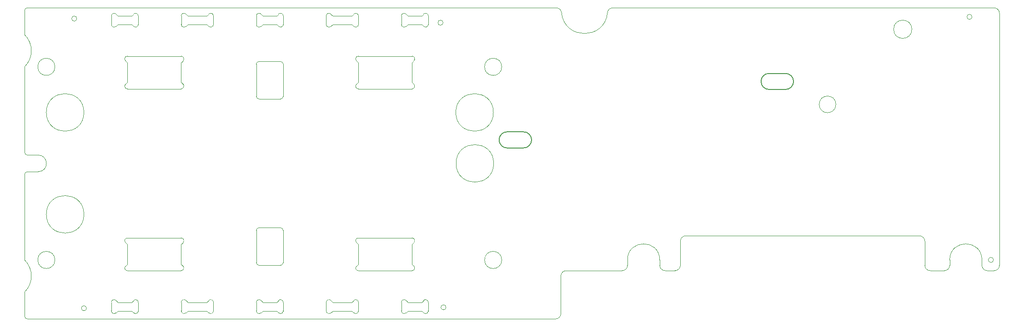
<source format=gm1>
G04 #@! TF.GenerationSoftware,KiCad,Pcbnew,(7.0.0-122-g9f10c142c4)*
G04 #@! TF.CreationDate,2023-03-12T11:56:23+09:00*
G04 #@! TF.ProjectId,qLAMP-main,714c414d-502d-46d6-9169-6e2e6b696361,rev?*
G04 #@! TF.SameCoordinates,Original*
G04 #@! TF.FileFunction,Profile,NP*
%FSLAX46Y46*%
G04 Gerber Fmt 4.6, Leading zero omitted, Abs format (unit mm)*
G04 Created by KiCad (PCBNEW (7.0.0-122-g9f10c142c4)) date 2023-03-12 11:56:23*
%MOMM*%
%LPD*%
G01*
G04 APERTURE LIST*
G04 #@! TA.AperFunction,Profile*
%ADD10C,0.100000*%
G04 #@! TD*
G04 #@! TA.AperFunction,Profile*
%ADD11C,0.200000*%
G04 #@! TD*
G04 APERTURE END LIST*
D10*
X111357157Y-87898251D02*
X111003604Y-87544698D01*
X96150050Y-36101749D02*
X96150050Y-34501749D01*
X247500000Y-33000000D02*
X176521404Y-33000000D01*
X110150101Y-36101750D02*
G75*
G03*
X111003604Y-36455302I499999J50D01*
G01*
X110150050Y-36101749D02*
X110150050Y-34501749D01*
X87296497Y-87544698D02*
X86942944Y-87898251D01*
X88150050Y-36101749D02*
X88150050Y-34501749D01*
X96150000Y-89498251D02*
G75*
G03*
X97003603Y-89851804I500000J-49D01*
G01*
X138357157Y-34501749D02*
X140942944Y-34501749D01*
X78035996Y-52499993D02*
G75*
G03*
X78035996Y-52499993I-3500001J0D01*
G01*
X124357157Y-34501749D02*
X127942944Y-34501749D01*
X72636000Y-44000000D02*
G75*
G03*
X72636000Y-44000000I-1600000J0D01*
G01*
X179245124Y-81000000D02*
X179245124Y-79999126D01*
X115150050Y-89498251D02*
X115150050Y-87898251D01*
D11*
X208640000Y-45220000D02*
X205640000Y-45220000D01*
D10*
X111003640Y-87544662D02*
G75*
G03*
X110150050Y-87898250I-353540J-353638D01*
G01*
X67000004Y-85983876D02*
G75*
G03*
X67000000Y-80014379I-2954854J2984746D01*
G01*
X88150098Y-87898251D02*
G75*
G03*
X87296498Y-87544699I-499998J51D01*
G01*
X129135050Y-81998251D02*
X139135050Y-81998251D01*
X138357157Y-87898251D02*
X138003604Y-87544698D01*
X115136000Y-74500000D02*
G75*
G03*
X114636000Y-74000000I-500000J0D01*
G01*
X113942944Y-89498251D02*
X114296497Y-89851805D01*
X140942944Y-87898251D02*
X138357157Y-87898251D01*
X234600000Y-81000000D02*
G75*
G03*
X235600000Y-82000000I1000000J0D01*
G01*
X142150098Y-87898251D02*
G75*
G03*
X141296498Y-87544699I-499998J51D01*
G01*
X139135050Y-46894642D02*
X139488604Y-47248195D01*
X128781497Y-76751805D02*
X129135050Y-77105358D01*
X128781511Y-81144712D02*
G75*
G03*
X129135050Y-81998250I353689J-353488D01*
G01*
X111003604Y-89851805D02*
X111357157Y-89498251D01*
X139488618Y-76751819D02*
G75*
G03*
X139135050Y-75898250I-353418J353619D01*
G01*
X110136000Y-49500000D02*
X110136000Y-43500000D01*
X129135050Y-75898300D02*
G75*
G03*
X128781497Y-76751804I50J-500000D01*
G01*
X239245124Y-81000000D02*
X239245124Y-79999126D01*
X235600000Y-82000000D02*
X238245124Y-82000000D01*
X96135050Y-80791145D02*
X96135050Y-77105358D01*
X245245124Y-79999126D02*
X245245124Y-81000000D01*
X96488604Y-81144698D02*
X96135050Y-80791145D01*
X139488569Y-42855268D02*
G75*
G03*
X139135050Y-42001749I-353469J353568D01*
G01*
X67000000Y-85983872D02*
X67000000Y-90500000D01*
X96488618Y-76751819D02*
G75*
G03*
X96135050Y-75898250I-353418J353619D01*
G01*
X96150050Y-87898251D02*
X96150050Y-89498251D01*
X127942944Y-36101749D02*
X124357157Y-36101749D01*
X114636000Y-81000000D02*
X110636000Y-81000000D01*
X110150000Y-89498251D02*
G75*
G03*
X111003603Y-89851804I500000J-49D01*
G01*
X97357157Y-87898251D02*
X97003604Y-87544698D01*
X110136000Y-80500000D02*
G75*
G03*
X110636000Y-81000000I500000J0D01*
G01*
X140942944Y-36101749D02*
X138357157Y-36101749D01*
X139135050Y-42001749D02*
X129135050Y-42001749D01*
X110636000Y-74000000D02*
G75*
G03*
X110136000Y-74500000I0J-500000D01*
G01*
X85781497Y-76751805D02*
X86135050Y-77105358D01*
X141296511Y-36455288D02*
G75*
G03*
X142150050Y-36101749I353489J353688D01*
G01*
X139135050Y-80791145D02*
X139135050Y-77105358D01*
X123150050Y-36101749D02*
X123150050Y-34501749D01*
X86942944Y-34501749D02*
X84357157Y-34501749D01*
X85781483Y-47248182D02*
G75*
G03*
X86135050Y-48101749I353417J-353618D01*
G01*
X248500000Y-34000000D02*
G75*
G03*
X247500000Y-33000000I-1000000J0D01*
G01*
X96135050Y-75898251D02*
X86135050Y-75898251D01*
X129150050Y-89498251D02*
X129150050Y-87898251D01*
X139135050Y-75898251D02*
X129135050Y-75898251D01*
X185245124Y-79999126D02*
X185245124Y-81000000D01*
X165968845Y-33000000D02*
X67500000Y-33000000D01*
X189100000Y-81000000D02*
X189100000Y-76500000D01*
X102150050Y-89498251D02*
X102150050Y-87898251D01*
X129150050Y-34501749D02*
X129150050Y-36101749D01*
X185245100Y-81000000D02*
G75*
G03*
X186245124Y-82000000I1000000J0D01*
G01*
X115136000Y-43500000D02*
G75*
G03*
X114636000Y-43000000I-500000J0D01*
G01*
X67000004Y-43983876D02*
G75*
G03*
X67000000Y-38014379I-2954854J2984746D01*
G01*
X87296483Y-89851819D02*
G75*
G03*
X88150050Y-89498250I353617J353419D01*
G01*
X113942944Y-87898251D02*
X111357157Y-87898251D01*
X78036000Y-71500000D02*
G75*
G03*
X78036000Y-71500000I-3500000J0D01*
G01*
X124357157Y-36101749D02*
X124003604Y-36455302D01*
X96488604Y-42855302D02*
X96135050Y-43208855D01*
X186245124Y-82000000D02*
X188100000Y-82000000D01*
X84357157Y-36101749D02*
X86942944Y-36101749D01*
X72636000Y-80000000D02*
G75*
G03*
X72636000Y-80000000I-1600000J0D01*
G01*
X115150098Y-87898251D02*
G75*
G03*
X114296498Y-87544699I-499998J51D01*
G01*
X154278441Y-52500000D02*
G75*
G03*
X154278441Y-52500000I-3500000J0D01*
G01*
X83150000Y-89498251D02*
G75*
G03*
X84003603Y-89851804I500000J-49D01*
G01*
X139488604Y-81144698D02*
X139135050Y-80791145D01*
X128781497Y-47248195D02*
X129135050Y-46894642D01*
X97357157Y-34501749D02*
X100942944Y-34501749D01*
X84357157Y-87898251D02*
X84003604Y-87544698D01*
X185245124Y-79999126D02*
G75*
G03*
X179245124Y-79999126I-3000000J0D01*
G01*
X97357157Y-36101749D02*
X97003604Y-36455302D01*
X123150050Y-87898251D02*
X123150050Y-89498251D01*
X190100000Y-75500000D02*
G75*
G03*
X189100000Y-76500000I0J-1000000D01*
G01*
X127942944Y-87898251D02*
X124357157Y-87898251D01*
X69500000Y-63549074D02*
G75*
G03*
X69500000Y-60449126I0J1549974D01*
G01*
X100942944Y-87898251D02*
X97357157Y-87898251D01*
X85781497Y-47248195D02*
X86135050Y-46894642D01*
X97003604Y-89851805D02*
X97357157Y-89498251D01*
X234600000Y-76500000D02*
X234600000Y-81000000D01*
X86135050Y-43208855D02*
X85781497Y-42855302D01*
X114296497Y-87544698D02*
X113942944Y-87898251D01*
X102150050Y-34501749D02*
X102150050Y-36101749D01*
X86942944Y-87898251D02*
X84357157Y-87898251D01*
X96135050Y-46894642D02*
X96488604Y-47248195D01*
X247500000Y-82000000D02*
G75*
G03*
X248500000Y-81000000I0J1000000D01*
G01*
D11*
X205640000Y-45220000D02*
G75*
G03*
X205640000Y-48220000I-27400J-1500000D01*
G01*
D10*
X141296483Y-89851819D02*
G75*
G03*
X142150050Y-89498250I353617J353419D01*
G01*
X129150100Y-34501750D02*
G75*
G03*
X128296498Y-34148196I-500000J50D01*
G01*
D11*
X208640000Y-48220000D02*
G75*
G03*
X208640000Y-45220000I27400J1500000D01*
G01*
D10*
X137150000Y-89498251D02*
G75*
G03*
X138003603Y-89851804I500000J-49D01*
G01*
X85781511Y-81144712D02*
G75*
G03*
X86135050Y-81998250I353689J-353488D01*
G01*
X86135050Y-81998251D02*
X96135050Y-81998251D01*
X102150100Y-34501750D02*
G75*
G03*
X101296498Y-34148196I-500000J50D01*
G01*
X139135050Y-48101749D02*
X129135050Y-48101749D01*
X155836000Y-80000000D02*
G75*
G03*
X155836000Y-80000000I-1600000J0D01*
G01*
X86135050Y-75898300D02*
G75*
G03*
X85781497Y-76751804I50J-500000D01*
G01*
X110636000Y-74000000D02*
X114636000Y-74000000D01*
X167845124Y-82000024D02*
G75*
G03*
X166845124Y-83000000I-24J-999976D01*
G01*
X128781483Y-47248182D02*
G75*
G03*
X129135050Y-48101749I353417J-353618D01*
G01*
X86942944Y-89498251D02*
X87296497Y-89851805D01*
X78515000Y-89000000D02*
G75*
G03*
X78515000Y-89000000I-475000J0D01*
G01*
X101296497Y-36455302D02*
X100942944Y-36101749D01*
X248500000Y-81000000D02*
X248500000Y-34000000D01*
X123150101Y-36101750D02*
G75*
G03*
X124003604Y-36455302I499999J50D01*
G01*
X96135050Y-81998298D02*
G75*
G03*
X96488602Y-81144699I50J499998D01*
G01*
X110136000Y-49500000D02*
G75*
G03*
X110636000Y-50000000I500000J0D01*
G01*
D11*
X156862322Y-59120000D02*
X159862322Y-59120000D01*
D10*
X87296497Y-34148196D02*
X86942944Y-34501749D01*
X110136000Y-80500000D02*
X110136000Y-74500000D01*
X67500000Y-33000000D02*
G75*
G03*
X67000000Y-33500000I0J-500000D01*
G01*
X83150050Y-34501749D02*
X83150050Y-36101749D01*
X142150050Y-89498251D02*
X142150050Y-87898251D01*
X114296497Y-36455302D02*
X113942944Y-36101749D01*
X86135050Y-80791145D02*
X85781497Y-81144698D01*
X246245124Y-82000000D02*
X247500000Y-82000000D01*
X139135050Y-81998298D02*
G75*
G03*
X139488602Y-81144699I50J499998D01*
G01*
X140942944Y-89498251D02*
X141296497Y-89851805D01*
X67000000Y-64049126D02*
X67000000Y-80014379D01*
X114636000Y-81000000D02*
G75*
G03*
X115136000Y-80500000I0J500000D01*
G01*
X138357157Y-36101749D02*
X138003604Y-36455302D01*
X111003604Y-34148195D02*
X111357157Y-34501749D01*
X144900000Y-35770000D02*
G75*
G03*
X144900000Y-35770000I-475000J0D01*
G01*
X124003568Y-34148231D02*
G75*
G03*
X123150050Y-34501749I-353568J-353469D01*
G01*
X129150098Y-87898251D02*
G75*
G03*
X128296498Y-87544699I-499998J51D01*
G01*
X140942944Y-34501749D02*
X141296497Y-34148195D01*
X124003604Y-34148195D02*
X124357157Y-34501749D01*
X101296497Y-87544698D02*
X100942944Y-87898251D01*
X154330992Y-61999999D02*
G75*
G03*
X154330992Y-61999999I-3500001J0D01*
G01*
X142150050Y-34501749D02*
X142150050Y-36101749D01*
X234600000Y-76500000D02*
G75*
G03*
X233600000Y-75500000I-1000000J0D01*
G01*
X139135050Y-48101701D02*
G75*
G03*
X139488604Y-47248195I-50J500001D01*
G01*
X137150050Y-36101749D02*
X137150050Y-34501749D01*
X111357157Y-36101749D02*
X111003604Y-36455302D01*
X232200000Y-37000000D02*
G75*
G03*
X232200000Y-37000000I-1700000J0D01*
G01*
X83150002Y-36101749D02*
G75*
G03*
X84003602Y-36455301I499998J-51D01*
G01*
X124003604Y-89851805D02*
X124357157Y-89498251D01*
X84357157Y-89498251D02*
X86942944Y-89498251D01*
X97003568Y-34148231D02*
G75*
G03*
X96150050Y-34501749I-353568J-353469D01*
G01*
X115136000Y-49500000D02*
X115136000Y-43500000D01*
X113942944Y-34501749D02*
X114296497Y-34148195D01*
X67000074Y-59949126D02*
G75*
G03*
X67500000Y-60449126I500126J126D01*
G01*
X88150100Y-34501749D02*
G75*
G03*
X87296497Y-34148196I-500000J49D01*
G01*
X128296497Y-87544698D02*
X127942944Y-87898251D01*
X111003568Y-34148231D02*
G75*
G03*
X110150050Y-34501749I-353568J-353469D01*
G01*
X129135050Y-80791145D02*
X128781497Y-81144698D01*
X86135050Y-42001702D02*
G75*
G03*
X85781498Y-42855301I-50J-499998D01*
G01*
X67000000Y-33500000D02*
X67000000Y-38014379D01*
X128296497Y-36455302D02*
X127942944Y-36101749D01*
X138003604Y-34148195D02*
X138357157Y-34501749D01*
X167845124Y-82000000D02*
X178245124Y-82000000D01*
X84003604Y-36455303D02*
X84357157Y-36101749D01*
X101296483Y-89851819D02*
G75*
G03*
X102150050Y-89498250I353617J353419D01*
G01*
X76711000Y-35000000D02*
G75*
G03*
X76711000Y-35000000I-475000J0D01*
G01*
X129135050Y-77105358D02*
X129135050Y-80791145D01*
X67000000Y-43983872D02*
X67000000Y-59949126D01*
X139135050Y-77105358D02*
X139488604Y-76751805D01*
X67500000Y-60449126D02*
X69500000Y-60449126D01*
X100942944Y-89498251D02*
X101296497Y-89851805D01*
X142150100Y-34501750D02*
G75*
G03*
X141296498Y-34148196I-500000J50D01*
G01*
X111357157Y-34501749D02*
X113942944Y-34501749D01*
X129135050Y-46894642D02*
X129135050Y-43208855D01*
X178245124Y-82000024D02*
G75*
G03*
X179245124Y-81000000I-24J1000024D01*
G01*
X111357157Y-89498251D02*
X113942944Y-89498251D01*
X69500000Y-63549126D02*
X67500000Y-63549126D01*
X114296483Y-89851819D02*
G75*
G03*
X115150050Y-89498250I353617J353419D01*
G01*
X145455000Y-88830000D02*
G75*
G03*
X145455000Y-88830000I-475000J0D01*
G01*
X238245124Y-82000024D02*
G75*
G03*
X239245124Y-81000000I-24J1000024D01*
G01*
X155836000Y-44000000D02*
G75*
G03*
X155836000Y-44000000I-1600000J0D01*
G01*
X127942944Y-89498251D02*
X128296497Y-89851805D01*
X102150098Y-87898251D02*
G75*
G03*
X101296498Y-87544699I-499998J51D01*
G01*
X110150050Y-87898251D02*
X110150050Y-89498251D01*
X96135050Y-43208855D02*
X96135050Y-46894642D01*
X141296497Y-87544698D02*
X140942944Y-87898251D01*
X129135050Y-42001702D02*
G75*
G03*
X128781498Y-42855301I-50J-499998D01*
G01*
X101296511Y-36455288D02*
G75*
G03*
X102150050Y-36101749I353489J353688D01*
G01*
X124003640Y-87544662D02*
G75*
G03*
X123150050Y-87898250I-353540J-353638D01*
G01*
X115136000Y-80500000D02*
X115136000Y-74500000D01*
D11*
X159862322Y-59119999D02*
G75*
G03*
X159862322Y-56120001I27378J1499999D01*
G01*
D10*
X138003640Y-87544662D02*
G75*
G03*
X137150050Y-87898250I-353540J-353638D01*
G01*
X67000000Y-90500000D02*
G75*
G03*
X67500000Y-91000000I500100J100D01*
G01*
X100942944Y-34501749D02*
X101296497Y-34148195D01*
X166964370Y-33905495D02*
G75*
G03*
X175525878Y-33905495I4280754J406369D01*
G01*
X124357157Y-89498251D02*
X127942944Y-89498251D01*
X84357157Y-34501749D02*
X84003604Y-34148196D01*
X127942944Y-34501749D02*
X128296497Y-34148195D01*
X247390000Y-80000000D02*
G75*
G03*
X247390000Y-80000000I-475000J0D01*
G01*
X84003639Y-34148161D02*
G75*
G03*
X83150050Y-34501748I-353539J-353639D01*
G01*
X124357157Y-87898251D02*
X124003604Y-87544698D01*
X115150100Y-34501750D02*
G75*
G03*
X114296498Y-34148196I-500000J50D01*
G01*
X86942944Y-36101749D02*
X87296497Y-36455303D01*
X243400000Y-34690000D02*
G75*
G03*
X243400000Y-34690000I-475000J0D01*
G01*
X128296483Y-89851819D02*
G75*
G03*
X129150050Y-89498250I353617J353419D01*
G01*
X67500000Y-63549100D02*
G75*
G03*
X67000000Y-64049126I0J-500000D01*
G01*
X141296497Y-36455302D02*
X140942944Y-36101749D01*
X97003640Y-87544662D02*
G75*
G03*
X96150050Y-87898250I-353540J-353638D01*
G01*
X86135050Y-46894642D02*
X86135050Y-43208855D01*
X96135050Y-48101701D02*
G75*
G03*
X96488604Y-47248195I-50J500001D01*
G01*
X137150101Y-36101750D02*
G75*
G03*
X138003604Y-36455302I499999J50D01*
G01*
X97357157Y-89498251D02*
X100942944Y-89498251D01*
X139135050Y-43208855D02*
X139135050Y-46894642D01*
D11*
X205640000Y-48220000D02*
X208640000Y-48220000D01*
D10*
X67500000Y-91000000D02*
X165845124Y-91000000D01*
X138003568Y-34148231D02*
G75*
G03*
X137150050Y-34501749I-353568J-353469D01*
G01*
X138357157Y-89498251D02*
X140942944Y-89498251D01*
X218050000Y-51000000D02*
G75*
G03*
X218050000Y-51000000I-1550000J0D01*
G01*
X115150050Y-34501749D02*
X115150050Y-36101749D01*
X110636000Y-43000000D02*
G75*
G03*
X110136000Y-43500000I0J-500000D01*
G01*
X96135050Y-48101749D02*
X86135050Y-48101749D01*
X110636000Y-43000000D02*
X114636000Y-43000000D01*
X139488604Y-42855302D02*
X139135050Y-43208855D01*
X86135050Y-77105358D02*
X86135050Y-80791145D01*
X138003604Y-89851805D02*
X138357157Y-89498251D01*
X245245124Y-79999126D02*
G75*
G03*
X239245124Y-79999126I-3000000J0D01*
G01*
X176521404Y-33000002D02*
G75*
G03*
X175521404Y-33905495I-2204J-1002498D01*
G01*
D11*
X159862322Y-56120000D02*
X156862322Y-56120000D01*
D10*
X114636000Y-50000000D02*
G75*
G03*
X115136000Y-49500000I0J500000D01*
G01*
X190100000Y-75500000D02*
X233600000Y-75500000D01*
X84003604Y-89851805D02*
X84357157Y-89498251D01*
D11*
X156862322Y-56120001D02*
G75*
G03*
X156862322Y-59119999I-27422J-1499999D01*
G01*
D10*
X96488569Y-42855268D02*
G75*
G03*
X96135050Y-42001749I-353469J353568D01*
G01*
X166845124Y-90000000D02*
X166845124Y-83000000D01*
X83150050Y-87898251D02*
X83150050Y-89498251D01*
X96150101Y-36101750D02*
G75*
G03*
X97003604Y-36455302I499999J50D01*
G01*
X129135050Y-43208855D02*
X128781497Y-42855302D01*
X96135050Y-77105358D02*
X96488604Y-76751805D01*
X87296482Y-36455318D02*
G75*
G03*
X88150050Y-36101748I353618J353418D01*
G01*
X123150000Y-89498251D02*
G75*
G03*
X124003603Y-89851804I500000J-49D01*
G01*
X128296511Y-36455288D02*
G75*
G03*
X129150050Y-36101749I353489J353688D01*
G01*
X114636000Y-50000000D02*
X110636000Y-50000000D01*
X245245100Y-81000000D02*
G75*
G03*
X246245124Y-82000000I1000000J0D01*
G01*
X86135050Y-42001749D02*
X96135050Y-42001749D01*
X188100000Y-82000000D02*
G75*
G03*
X189100000Y-81000000I0J1000000D01*
G01*
X100942944Y-36101749D02*
X97357157Y-36101749D01*
X97003604Y-34148195D02*
X97357157Y-34501749D01*
X84003640Y-87544662D02*
G75*
G03*
X83150050Y-87898250I-353540J-353638D01*
G01*
X166964415Y-33905491D02*
G75*
G03*
X165968845Y-33000000I-995615J-94609D01*
G01*
X165845124Y-91000024D02*
G75*
G03*
X166845124Y-90000000I-24J1000024D01*
G01*
X114296511Y-36455288D02*
G75*
G03*
X115150050Y-36101749I353489J353688D01*
G01*
X88150050Y-89498251D02*
X88150050Y-87898251D01*
X113942944Y-36101749D02*
X111357157Y-36101749D01*
X137150050Y-87898251D02*
X137150050Y-89498251D01*
M02*

</source>
